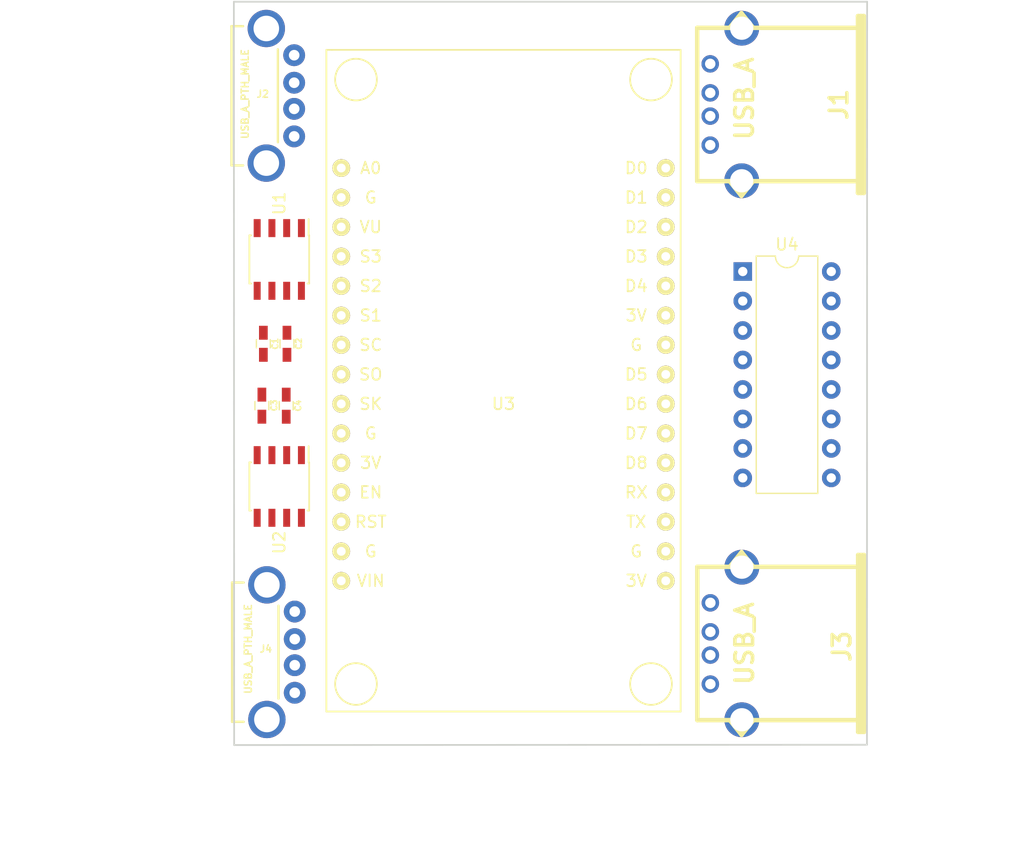
<source format=kicad_pcb>
(kicad_pcb (version 20171130) (host pcbnew "(5.0.1)-3")

  (general
    (thickness 1.6)
    (drawings 7)
    (tracks 0)
    (zones 0)
    (modules 12)
    (nets 17)
  )

  (page A4)
  (layers
    (0 F.Cu signal)
    (31 B.Cu signal)
    (32 B.Adhes user)
    (33 F.Adhes user)
    (34 B.Paste user)
    (35 F.Paste user)
    (36 B.SilkS user)
    (37 F.SilkS user)
    (38 B.Mask user)
    (39 F.Mask user)
    (40 Dwgs.User user)
    (41 Cmts.User user)
    (42 Eco1.User user)
    (43 Eco2.User user)
    (44 Edge.Cuts user)
    (45 Margin user)
    (46 B.CrtYd user)
    (47 F.CrtYd user)
    (48 B.Fab user)
    (49 F.Fab user)
  )

  (setup
    (last_trace_width 0.25)
    (trace_clearance 0.2)
    (zone_clearance 0.508)
    (zone_45_only no)
    (trace_min 0.2)
    (segment_width 0.2)
    (edge_width 0.15)
    (via_size 0.8)
    (via_drill 0.4)
    (via_min_size 0.4)
    (via_min_drill 0.3)
    (uvia_size 0.3)
    (uvia_drill 0.1)
    (uvias_allowed no)
    (uvia_min_size 0.2)
    (uvia_min_drill 0.1)
    (pcb_text_width 0.3)
    (pcb_text_size 1.5 1.5)
    (mod_edge_width 0.15)
    (mod_text_size 1 1)
    (mod_text_width 0.15)
    (pad_size 1.524 1.524)
    (pad_drill 0.762)
    (pad_to_mask_clearance 0.051)
    (solder_mask_min_width 0.25)
    (aux_axis_origin 42.5196 71.2724)
    (grid_origin 31.0896 63.3476)
    (visible_elements 7FFFFFFF)
    (pcbplotparams
      (layerselection 0x010fc_ffffffff)
      (usegerberextensions false)
      (usegerberattributes false)
      (usegerberadvancedattributes false)
      (creategerberjobfile false)
      (excludeedgelayer true)
      (linewidth 0.100000)
      (plotframeref false)
      (viasonmask false)
      (mode 1)
      (useauxorigin false)
      (hpglpennumber 1)
      (hpglpenspeed 20)
      (hpglpendiameter 15.000000)
      (psnegative false)
      (psa4output false)
      (plotreference true)
      (plotvalue true)
      (plotinvisibletext false)
      (padsonsilk false)
      (subtractmaskfromsilk false)
      (outputformat 1)
      (mirror false)
      (drillshape 1)
      (scaleselection 1)
      (outputdirectory ""))
  )

  (net 0 "")
  (net 1 +5V)
  (net 2 GND)
  (net 3 "Net-(C2-Pad2)")
  (net 4 "Net-(C4-Pad2)")
  (net 5 "Net-(J1-Pad5)")
  (net 6 "Net-(J1-Pad4)")
  (net 7 "Net-(J3-Pad4)")
  (net 8 "Net-(J3-Pad1)")
  (net 9 "Net-(J3-Pad5)")
  (net 10 "Net-(J2-PadVBUS)")
  (net 11 "Net-(J4-PadVBUS)")
  (net 12 "Net-(U1-Pad7)")
  (net 13 "Net-(U2-Pad7)")
  (net 14 "Net-(U3-Pad1)")
  (net 15 "Net-(U3-Pad29)")
  (net 16 "Net-(U3-Pad30)")

  (net_class Default "Esta es la clase de red por defecto."
    (clearance 0.2)
    (trace_width 0.25)
    (via_dia 0.8)
    (via_drill 0.4)
    (uvia_dia 0.3)
    (uvia_drill 0.1)
    (add_net +5V)
    (add_net GND)
    (add_net "Net-(C2-Pad2)")
    (add_net "Net-(C4-Pad2)")
    (add_net "Net-(J1-Pad4)")
    (add_net "Net-(J1-Pad5)")
    (add_net "Net-(J2-PadVBUS)")
    (add_net "Net-(J3-Pad1)")
    (add_net "Net-(J3-Pad4)")
    (add_net "Net-(J3-Pad5)")
    (add_net "Net-(J4-PadVBUS)")
    (add_net "Net-(U1-Pad7)")
    (add_net "Net-(U2-Pad7)")
    (add_net "Net-(U3-Pad1)")
    (add_net "Net-(U3-Pad29)")
    (add_net "Net-(U3-Pad30)")
  )

  (module Connectors:USB-A-H (layer F.Cu) (tedit 200000) (tstamp 5BFFFD4B)
    (at 66.3448 78.8924)
    (descr "USB TYPE 'A' MALE CONNECTOR - PTH")
    (tags "USB TYPE 'A' MALE CONNECTOR - PTH")
    (path /5BFCCF60)
    (attr virtual)
    (fp_text reference J4 (at -0.0889 -0.2794) (layer F.SilkS)
      (effects (font (size 0.6096 0.6096) (thickness 0.127)))
    )
    (fp_text value USB_A_PTH_MALE (at -1.6129 -0.2794 270) (layer F.SilkS)
      (effects (font (size 0.6096 0.6096) (thickness 0.127)))
    )
    (fp_text user "PCB Edge" (at -4.5339 -0.67818 90) (layer Dwgs.User)
      (effects (font (size 1.27 1.27) (thickness 0.1016)))
    )
    (fp_line (start -11.19886 1.89992) (end -13.49756 1.89992) (layer Dwgs.User) (width 0.2032))
    (fp_line (start -11.19886 4.29768) (end -11.19886 1.89992) (layer Dwgs.User) (width 0.2032))
    (fp_line (start -13.49756 4.29768) (end -11.19886 4.29768) (layer Dwgs.User) (width 0.2032))
    (fp_line (start -13.49756 1.89992) (end -13.49756 4.29768) (layer Dwgs.User) (width 0.2032))
    (fp_line (start -11.19886 -4.29768) (end -13.49756 -4.29768) (layer Dwgs.User) (width 0.2032))
    (fp_line (start -11.19886 -1.89992) (end -11.19886 -4.29768) (layer Dwgs.User) (width 0.2032))
    (fp_line (start -13.49756 -1.89992) (end -11.19886 -1.89992) (layer Dwgs.User) (width 0.2032))
    (fp_line (start -13.49756 -4.29768) (end -13.49756 -1.89992) (layer Dwgs.User) (width 0.2032))
    (fp_line (start 0.99822 3.99796) (end 0.99822 -3.99796) (layer F.SilkS) (width 0.2032))
    (fp_line (start -2.99974 5.99948) (end -1.99898 5.99948) (layer F.SilkS) (width 0.2032))
    (fp_line (start -2.99974 -5.99948) (end -1.99898 -5.99948) (layer F.SilkS) (width 0.2032))
    (fp_line (start -2.99974 5.99948) (end -17.79778 5.99948) (layer Dwgs.User) (width 0.2032))
    (fp_line (start -2.99974 -5.99948) (end -17.79778 -5.99948) (layer Dwgs.User) (width 0.2032))
    (fp_line (start -2.99974 -5.99948) (end -2.99974 5.99948) (layer F.SilkS) (width 0.2032))
    (fp_line (start -17.79778 -5.99948) (end -17.79778 5.99948) (layer Dwgs.User) (width 0.2032))
    (pad "" np_thru_hole circle (at -0.09906 2.2479) (size 1.09982 1.09982) (drill 1.09982) (layers *.Cu *.Mask)
      (solder_mask_margin 0.1016))
    (pad "" np_thru_hole circle (at -0.09906 -2.2479) (size 1.09982 1.09982) (drill 1.09982) (layers *.Cu *.Mask)
      (solder_mask_margin 0.1016))
    (pad VBUS thru_hole circle (at 2.39776 3.49758) (size 1.8796 1.8796) (drill 0.9144) (layers *.Cu *.Mask)
      (net 11 "Net-(J4-PadVBUS)") (solder_mask_margin 0.1016))
    (pad SHLD thru_hole circle (at 0 -5.79882) (size 3.21564 3.21564) (drill 2.19964) (layers *.Cu *.Mask)
      (net 9 "Net-(J3-Pad5)") (solder_mask_margin 0.1016))
    (pad SHLD thru_hole circle (at 0 5.79882) (size 3.21564 3.21564) (drill 2.19964) (layers *.Cu *.Mask)
      (net 9 "Net-(J3-Pad5)") (solder_mask_margin 0.1016))
    (pad GND thru_hole circle (at 2.39776 -3.49758) (size 1.8796 1.8796) (drill 0.9144) (layers *.Cu *.Mask)
      (net 7 "Net-(J3-Pad4)") (solder_mask_margin 0.1016))
    (pad D- thru_hole circle (at 2.39776 1.12522) (size 1.8796 1.8796) (drill 0.9144) (layers *.Cu *.Mask)
      (solder_mask_margin 0.1016))
    (pad D+ thru_hole circle (at 2.39776 -1.12522) (size 1.8796 1.8796) (drill 0.9144) (layers *.Cu *.Mask)
      (solder_mask_margin 0.1016))
    (model "C:/Users/Eduardo/Downloads/Librerias KiCad/usb_series/USB Series A Plug.stp"
      (offset (xyz -8.5 0 2))
      (scale (xyz 1 1 1))
      (rotate (xyz -90 0 90))
    )
  )

  (module Package_SO:SOIC-8_3.9x4.9mm_P1.27mm (layer F.Cu) (tedit 5BFE04E0) (tstamp 5BFFFD9D)
    (at 67.4116 64.6176 270)
    (descr "8-Lead Plastic Small Outline (SN) - Narrow, 3.90 mm Body [SOIC] (see Microchip Packaging Specification http://ww1.microchip.com/downloads/en/PackagingSpec/00000049BQ.pdf)")
    (tags "SOIC 1.27")
    (path /5BFC92D4)
    (attr smd)
    (fp_text reference U2 (at 4.826 0 270) (layer F.SilkS)
      (effects (font (size 1 1) (thickness 0.15)))
    )
    (fp_text value ACS712xLCTR-05B (at -0.0635 3.1115 270) (layer F.Fab)
      (effects (font (size 0.5 0.5) (thickness 0.125)))
    )
    (fp_line (start -2.075 -2.525) (end -3.475 -2.525) (layer F.SilkS) (width 0.15))
    (fp_line (start -2.075 2.575) (end 2.075 2.575) (layer F.SilkS) (width 0.15))
    (fp_line (start -2.075 -2.575) (end 2.075 -2.575) (layer F.SilkS) (width 0.15))
    (fp_line (start -2.075 2.575) (end -2.075 2.43) (layer F.SilkS) (width 0.15))
    (fp_line (start 2.075 2.575) (end 2.075 2.43) (layer F.SilkS) (width 0.15))
    (fp_line (start 2.075 -2.575) (end 2.075 -2.43) (layer F.SilkS) (width 0.15))
    (fp_line (start -2.075 -2.575) (end -2.075 -2.525) (layer F.SilkS) (width 0.15))
    (fp_line (start -3.73 2.7) (end 3.73 2.7) (layer F.CrtYd) (width 0.05))
    (fp_line (start -3.73 -2.7) (end 3.73 -2.7) (layer F.CrtYd) (width 0.05))
    (fp_line (start 3.73 -2.7) (end 3.73 2.7) (layer F.CrtYd) (width 0.05))
    (fp_line (start -3.73 -2.7) (end -3.73 2.7) (layer F.CrtYd) (width 0.05))
    (fp_line (start -1.95 -1.45) (end -0.95 -2.45) (layer F.Fab) (width 0.1))
    (fp_line (start -1.95 2.45) (end -1.95 -1.45) (layer F.Fab) (width 0.1))
    (fp_line (start 1.95 2.45) (end -1.95 2.45) (layer F.Fab) (width 0.1))
    (fp_line (start 1.95 -2.45) (end 1.95 2.45) (layer F.Fab) (width 0.1))
    (fp_line (start -0.95 -2.45) (end 1.95 -2.45) (layer F.Fab) (width 0.1))
    (fp_text user %R (at 0 0 270) (layer F.Fab)
      (effects (font (size 1 1) (thickness 0.15)))
    )
    (pad 8 smd rect (at 2.7 -1.905 270) (size 1.55 0.6) (layers F.Cu F.Paste F.Mask)
      (net 1 +5V))
    (pad 7 smd rect (at 2.7 -0.635 270) (size 1.55 0.6) (layers F.Cu F.Paste F.Mask)
      (net 13 "Net-(U2-Pad7)"))
    (pad 6 smd rect (at 2.7 0.635 270) (size 1.55 0.6) (layers F.Cu F.Paste F.Mask)
      (net 4 "Net-(C4-Pad2)"))
    (pad 5 smd rect (at 2.7 1.905 270) (size 1.55 0.6) (layers F.Cu F.Paste F.Mask)
      (net 2 GND))
    (pad 4 smd rect (at -2.7 1.905 270) (size 1.55 0.6) (layers F.Cu F.Paste F.Mask)
      (net 11 "Net-(J4-PadVBUS)"))
    (pad 3 smd rect (at -2.7 0.635 270) (size 1.55 0.6) (layers F.Cu F.Paste F.Mask)
      (net 11 "Net-(J4-PadVBUS)"))
    (pad 2 smd rect (at -2.7 -0.635 270) (size 1.55 0.6) (layers F.Cu F.Paste F.Mask)
      (net 8 "Net-(J3-Pad1)"))
    (pad 1 smd rect (at -2.7 -1.905 270) (size 1.55 0.6) (layers F.Cu F.Paste F.Mask)
      (net 8 "Net-(J3-Pad1)"))
    (model ${KISYS3DMOD}/Package_SO.3dshapes/SOIC-8_3.9x4.9mm_P1.27mm.wrl
      (at (xyz 0 0 0))
      (scale (xyz 1 1 1))
      (rotate (xyz 0 0 0))
    )
  )

  (module Capacitors_SMD:C_0603_HandSoldering (layer F.Cu) (tedit 5BFE0476) (tstamp 5C00183F)
    (at 65.913 57.6555 270)
    (descr "Capacitor SMD 0603, hand soldering")
    (tags "capacitor 0603")
    (path /5BFCB018)
    (attr smd)
    (fp_text reference C3 (at -0.017294 -1.049292 270) (layer F.SilkS)
      (effects (font (size 0.5 0.5) (thickness 0.125)))
    )
    (fp_text value 100nF (at 0.046206 0.982708 270) (layer F.Fab)
      (effects (font (size 0.5 0.5) (thickness 0.125)))
    )
    (fp_text user %R (at -0.017294 -1.049292 270) (layer F.Fab)
      (effects (font (size 0.5 0.5) (thickness 0.125)))
    )
    (fp_line (start -0.8 0.4) (end -0.8 -0.4) (layer F.Fab) (width 0.1))
    (fp_line (start 0.8 0.4) (end -0.8 0.4) (layer F.Fab) (width 0.1))
    (fp_line (start 0.8 -0.4) (end 0.8 0.4) (layer F.Fab) (width 0.1))
    (fp_line (start -0.8 -0.4) (end 0.8 -0.4) (layer F.Fab) (width 0.1))
    (fp_line (start -0.35 -0.6) (end 0.35 -0.6) (layer F.SilkS) (width 0.12))
    (fp_line (start 0.35 0.6) (end -0.35 0.6) (layer F.SilkS) (width 0.12))
    (fp_line (start -1.8 -0.65) (end 1.8 -0.65) (layer F.CrtYd) (width 0.05))
    (fp_line (start -1.8 -0.65) (end -1.8 0.65) (layer F.CrtYd) (width 0.05))
    (fp_line (start 1.8 0.65) (end 1.8 -0.65) (layer F.CrtYd) (width 0.05))
    (fp_line (start 1.8 0.65) (end -1.8 0.65) (layer F.CrtYd) (width 0.05))
    (pad 1 smd rect (at -0.95 0 270) (size 1.2 0.75) (layers F.Cu F.Paste F.Mask)
      (net 2 GND))
    (pad 2 smd rect (at 0.95 0 270) (size 1.2 0.75) (layers F.Cu F.Paste F.Mask)
      (net 1 +5V))
    (model Capacitors_SMD.3dshapes/C_0603.wrl
      (at (xyz 0 0 0))
      (scale (xyz 1 1 1))
      (rotate (xyz 0 0 0))
    )
  )

  (module Capacitors_SMD:C_0603_HandSoldering (layer F.Cu) (tedit 5BFE0486) (tstamp 5C00180F)
    (at 68.0085 57.658 270)
    (descr "Capacitor SMD 0603, hand soldering")
    (tags "capacitor 0603")
    (path /5BFCBEC9)
    (attr smd)
    (fp_text reference C4 (at 0 -1.016 270) (layer F.SilkS)
      (effects (font (size 0.5 0.5) (thickness 0.125)))
    )
    (fp_text value 1nF (at -0.0635 -1.651 270) (layer F.Fab)
      (effects (font (size 0.5 0.5) (thickness 0.125)))
    )
    (fp_text user %R (at 0 -1.016 270) (layer F.Fab)
      (effects (font (size 0.5 0.5) (thickness 0.125)))
    )
    (fp_line (start -0.8 0.4) (end -0.8 -0.4) (layer F.Fab) (width 0.1))
    (fp_line (start 0.8 0.4) (end -0.8 0.4) (layer F.Fab) (width 0.1))
    (fp_line (start 0.8 -0.4) (end 0.8 0.4) (layer F.Fab) (width 0.1))
    (fp_line (start -0.8 -0.4) (end 0.8 -0.4) (layer F.Fab) (width 0.1))
    (fp_line (start -0.35 -0.6) (end 0.35 -0.6) (layer F.SilkS) (width 0.12))
    (fp_line (start 0.35 0.6) (end -0.35 0.6) (layer F.SilkS) (width 0.12))
    (fp_line (start -1.8 -0.65) (end 1.8 -0.65) (layer F.CrtYd) (width 0.05))
    (fp_line (start -1.8 -0.65) (end -1.8 0.65) (layer F.CrtYd) (width 0.05))
    (fp_line (start 1.8 0.65) (end 1.8 -0.65) (layer F.CrtYd) (width 0.05))
    (fp_line (start 1.8 0.65) (end -1.8 0.65) (layer F.CrtYd) (width 0.05))
    (pad 1 smd rect (at -0.95 0 270) (size 1.2 0.75) (layers F.Cu F.Paste F.Mask)
      (net 2 GND))
    (pad 2 smd rect (at 0.95 0 270) (size 1.2 0.75) (layers F.Cu F.Paste F.Mask)
      (net 4 "Net-(C4-Pad2)"))
    (model Capacitors_SMD.3dshapes/C_0603.wrl
      (at (xyz 0 0 0))
      (scale (xyz 1 1 1))
      (rotate (xyz 0 0 0))
    )
  )

  (module Capacitors_SMD:C_0603_HandSoldering (layer F.Cu) (tedit 5BFE036F) (tstamp 5C001EC7)
    (at 66.04 52.324 270)
    (descr "Capacitor SMD 0603, hand soldering")
    (tags "capacitor 0603")
    (path /5BFCAFC0)
    (attr smd)
    (fp_text reference C1 (at 0 -1.016 270) (layer F.SilkS)
      (effects (font (size 0.5 0.5) (thickness 0.125)))
    )
    (fp_text value 100nF (at 0 1.016 270) (layer F.Fab)
      (effects (font (size 0.5 0.5) (thickness 0.125)))
    )
    (fp_line (start 1.8 0.65) (end -1.8 0.65) (layer F.CrtYd) (width 0.05))
    (fp_line (start 1.8 0.65) (end 1.8 -0.65) (layer F.CrtYd) (width 0.05))
    (fp_line (start -1.8 -0.65) (end -1.8 0.65) (layer F.CrtYd) (width 0.05))
    (fp_line (start -1.8 -0.65) (end 1.8 -0.65) (layer F.CrtYd) (width 0.05))
    (fp_line (start 0.35 0.6) (end -0.35 0.6) (layer F.SilkS) (width 0.12))
    (fp_line (start -0.35 -0.6) (end 0.35 -0.6) (layer F.SilkS) (width 0.12))
    (fp_line (start -0.8 -0.4) (end 0.8 -0.4) (layer F.Fab) (width 0.1))
    (fp_line (start 0.8 -0.4) (end 0.8 0.4) (layer F.Fab) (width 0.1))
    (fp_line (start 0.8 0.4) (end -0.8 0.4) (layer F.Fab) (width 0.1))
    (fp_line (start -0.8 0.4) (end -0.8 -0.4) (layer F.Fab) (width 0.1))
    (fp_text user %R (at 0 -1.016 270) (layer F.Fab)
      (effects (font (size 0.5 0.5) (thickness 0.125)))
    )
    (pad 2 smd rect (at 0.95 0 270) (size 1.2 0.75) (layers F.Cu F.Paste F.Mask)
      (net 1 +5V))
    (pad 1 smd rect (at -0.95 0 270) (size 1.2 0.75) (layers F.Cu F.Paste F.Mask)
      (net 2 GND))
    (model Capacitors_SMD.3dshapes/C_0603.wrl
      (at (xyz 0 0 0))
      (scale (xyz 1 1 1))
      (rotate (xyz 0 0 0))
    )
  )

  (module Capacitors_SMD:C_0603_HandSoldering (layer F.Cu) (tedit 5BFE0379) (tstamp 5BFFFE9A)
    (at 68.072 52.324 270)
    (descr "Capacitor SMD 0603, hand soldering")
    (tags "capacitor 0603")
    (path /5BFCBE89)
    (attr smd)
    (fp_text reference C2 (at 0 -1.016 270) (layer F.SilkS)
      (effects (font (size 0.5 0.5) (thickness 0.125)))
    )
    (fp_text value 1nF (at 0 -1.524 270) (layer F.Fab)
      (effects (font (size 0.5 0.5) (thickness 0.125)))
    )
    (fp_line (start 1.8 0.65) (end -1.8 0.65) (layer F.CrtYd) (width 0.05))
    (fp_line (start 1.8 0.65) (end 1.8 -0.65) (layer F.CrtYd) (width 0.05))
    (fp_line (start -1.8 -0.65) (end -1.8 0.65) (layer F.CrtYd) (width 0.05))
    (fp_line (start -1.8 -0.65) (end 1.8 -0.65) (layer F.CrtYd) (width 0.05))
    (fp_line (start 0.35 0.6) (end -0.35 0.6) (layer F.SilkS) (width 0.12))
    (fp_line (start -0.35 -0.6) (end 0.35 -0.6) (layer F.SilkS) (width 0.12))
    (fp_line (start -0.8 -0.4) (end 0.8 -0.4) (layer F.Fab) (width 0.1))
    (fp_line (start 0.8 -0.4) (end 0.8 0.4) (layer F.Fab) (width 0.1))
    (fp_line (start 0.8 0.4) (end -0.8 0.4) (layer F.Fab) (width 0.1))
    (fp_line (start -0.8 0.4) (end -0.8 -0.4) (layer F.Fab) (width 0.1))
    (fp_text user %R (at 0 -1.016 270) (layer F.Fab)
      (effects (font (size 0.5 0.5) (thickness 0.125)))
    )
    (pad 2 smd rect (at 0.95 0 270) (size 1.2 0.75) (layers F.Cu F.Paste F.Mask)
      (net 3 "Net-(C2-Pad2)"))
    (pad 1 smd rect (at -0.95 0 270) (size 1.2 0.75) (layers F.Cu F.Paste F.Mask)
      (net 2 GND))
    (model Capacitors_SMD.3dshapes/C_0603.wrl
      (at (xyz 0 0 0))
      (scale (xyz 1 1 1))
      (rotate (xyz 0 0 0))
    )
  )

  (module Package_SO:SOIC-8_3.9x4.9mm_P1.27mm (layer F.Cu) (tedit 5BFE04EB) (tstamp 5BFFFE52)
    (at 67.4116 45.0596 270)
    (descr "8-Lead Plastic Small Outline (SN) - Narrow, 3.90 mm Body [SOIC] (see Microchip Packaging Specification http://ww1.microchip.com/downloads/en/PackagingSpec/00000049BQ.pdf)")
    (tags "SOIC 1.27")
    (path /5BFC80D8)
    (attr smd)
    (fp_text reference U1 (at -4.826 0 270) (layer F.SilkS)
      (effects (font (size 1 1) (thickness 0.15)))
    )
    (fp_text value ACS712xLCTR-05B (at -0.07363 3.186898 270) (layer F.Fab)
      (effects (font (size 0.5 0.5) (thickness 0.125)))
    )
    (fp_text user %R (at 0 0 270) (layer F.Fab)
      (effects (font (size 1 1) (thickness 0.15)))
    )
    (fp_line (start -0.95 -2.45) (end 1.95 -2.45) (layer F.Fab) (width 0.1))
    (fp_line (start 1.95 -2.45) (end 1.95 2.45) (layer F.Fab) (width 0.1))
    (fp_line (start 1.95 2.45) (end -1.95 2.45) (layer F.Fab) (width 0.1))
    (fp_line (start -1.95 2.45) (end -1.95 -1.45) (layer F.Fab) (width 0.1))
    (fp_line (start -1.95 -1.45) (end -0.95 -2.45) (layer F.Fab) (width 0.1))
    (fp_line (start -3.73 -2.7) (end -3.73 2.7) (layer F.CrtYd) (width 0.05))
    (fp_line (start 3.73 -2.7) (end 3.73 2.7) (layer F.CrtYd) (width 0.05))
    (fp_line (start -3.73 -2.7) (end 3.73 -2.7) (layer F.CrtYd) (width 0.05))
    (fp_line (start -3.73 2.7) (end 3.73 2.7) (layer F.CrtYd) (width 0.05))
    (fp_line (start -2.075 -2.575) (end -2.075 -2.525) (layer F.SilkS) (width 0.15))
    (fp_line (start 2.075 -2.575) (end 2.075 -2.43) (layer F.SilkS) (width 0.15))
    (fp_line (start 2.075 2.575) (end 2.075 2.43) (layer F.SilkS) (width 0.15))
    (fp_line (start -2.075 2.575) (end -2.075 2.43) (layer F.SilkS) (width 0.15))
    (fp_line (start -2.075 -2.575) (end 2.075 -2.575) (layer F.SilkS) (width 0.15))
    (fp_line (start -2.075 2.575) (end 2.075 2.575) (layer F.SilkS) (width 0.15))
    (fp_line (start -2.075 -2.525) (end -3.475 -2.525) (layer F.SilkS) (width 0.15))
    (pad 1 smd rect (at -2.7 -1.905 270) (size 1.55 0.6) (layers F.Cu F.Paste F.Mask)
      (net 1 +5V))
    (pad 2 smd rect (at -2.7 -0.635 270) (size 1.55 0.6) (layers F.Cu F.Paste F.Mask)
      (net 1 +5V))
    (pad 3 smd rect (at -2.7 0.635 270) (size 1.55 0.6) (layers F.Cu F.Paste F.Mask)
      (net 10 "Net-(J2-PadVBUS)"))
    (pad 4 smd rect (at -2.7 1.905 270) (size 1.55 0.6) (layers F.Cu F.Paste F.Mask)
      (net 10 "Net-(J2-PadVBUS)"))
    (pad 5 smd rect (at 2.7 1.905 270) (size 1.55 0.6) (layers F.Cu F.Paste F.Mask)
      (net 2 GND))
    (pad 6 smd rect (at 2.7 0.635 270) (size 1.55 0.6) (layers F.Cu F.Paste F.Mask)
      (net 3 "Net-(C2-Pad2)"))
    (pad 7 smd rect (at 2.7 -0.635 270) (size 1.55 0.6) (layers F.Cu F.Paste F.Mask)
      (net 12 "Net-(U1-Pad7)"))
    (pad 8 smd rect (at 2.7 -1.905 270) (size 1.55 0.6) (layers F.Cu F.Paste F.Mask)
      (net 1 +5V))
    (model ${KISYS3DMOD}/Package_SO.3dshapes/SOIC-8_3.9x4.9mm_P1.27mm.wrl
      (at (xyz 0 0 0))
      (scale (xyz 1 1 1))
      (rotate (xyz 0 0 0))
    )
  )

  (module w_conn_pc:conn_usb_A (layer F.Cu) (tedit 5BFC97DF) (tstamp 5BFE921F)
    (at 110.5027 31.7119 90)
    (descr "USB A-type receptacle, Tyco P/N 292303-3")
    (path /5BFC74AE)
    (fp_text reference J1 (at 0 5.08 90) (layer F.SilkS)
      (effects (font (size 1.524 1.524) (thickness 0.3048)))
    )
    (fp_text value USB_A (at 0.508 -3.048 90) (layer F.SilkS)
      (effects (font (size 1.524 1.524) (thickness 0.3048)))
    )
    (fp_line (start 6.604 7.112) (end 6.604 -7.112) (layer F.SilkS) (width 0.381))
    (fp_line (start -6.604 -7.112) (end -6.604 7.112) (layer F.SilkS) (width 0.381))
    (fp_line (start 6.604 -7.112) (end -6.604 -7.112) (layer F.SilkS) (width 0.381))
    (fp_line (start -7.874 -3.302) (end -6.604 -2.286) (layer F.SilkS) (width 0.381))
    (fp_line (start -6.604 -4.318) (end -7.874 -3.302) (layer F.SilkS) (width 0.381))
    (fp_line (start 7.874 -3.302) (end 6.604 -2.286) (layer F.SilkS) (width 0.381))
    (fp_line (start 6.604 -4.318) (end 7.874 -3.302) (layer F.SilkS) (width 0.381))
    (fp_line (start -7.62 6.731) (end 7.62 6.731) (layer F.SilkS) (width 0.381))
    (fp_line (start 7.62 7.239) (end -7.62 7.239) (layer F.SilkS) (width 0.381))
    (fp_line (start 7.62 6.731) (end 7.62 7.239) (layer F.SilkS) (width 0.381))
    (fp_line (start -7.62 6.731) (end -7.62 7.239) (layer F.SilkS) (width 0.381))
    (fp_line (start -7.62 6.985) (end 7.62 6.985) (layer F.SilkS) (width 0.381))
    (pad 4 thru_hole circle (at 3.50012 -5.98932 90) (size 1.50114 1.50114) (drill 0.89916) (layers *.Cu *.Mask)
      (net 6 "Net-(J1-Pad4)"))
    (pad 3 thru_hole circle (at 1.00076 -5.98932 90) (size 1.50114 1.50114) (drill 0.89916) (layers *.Cu *.Mask))
    (pad 2 thru_hole circle (at -1.00076 -5.98932 90) (size 1.50114 1.50114) (drill 0.89916) (layers *.Cu *.Mask))
    (pad 1 thru_hole circle (at -3.50012 -5.98932 90) (size 1.50114 1.50114) (drill 0.89916) (layers *.Cu *.Mask)
      (net 1 +5V))
    (pad 5 thru_hole circle (at 6.57098 -3.27914 90) (size 2.99974 2.99974) (drill 1.99898) (layers *.Cu *.Mask)
      (net 5 "Net-(J1-Pad5)"))
    (pad 5 thru_hole circle (at -6.57098 -3.27914 90) (size 2.99974 2.99974) (drill 1.99898) (layers *.Cu *.Mask)
      (net 5 "Net-(J1-Pad5)"))
    (model walter/conn_pc/usb_A.wrl
      (at (xyz 0 0 0))
      (scale (xyz 1 1 1))
      (rotate (xyz 0 0 0))
    )
  )

  (module Connectors:USB-A-H (layer F.Cu) (tedit 200000) (tstamp 5BFE8629)
    (at 66.294 30.9626)
    (descr "USB TYPE 'A' MALE CONNECTOR - PTH")
    (tags "USB TYPE 'A' MALE CONNECTOR - PTH")
    (path /5BFCCE93)
    (attr virtual)
    (fp_text reference J2 (at -0.3048 -0.1524) (layer F.SilkS)
      (effects (font (size 0.6096 0.6096) (thickness 0.127)))
    )
    (fp_text value USB_A_PTH_MALE (at -1.8288 -0.1524 90) (layer F.SilkS)
      (effects (font (size 0.6096 0.6096) (thickness 0.127)))
    )
    (fp_line (start -17.79778 -5.99948) (end -17.79778 5.99948) (layer Dwgs.User) (width 0.2032))
    (fp_line (start -2.99974 -5.99948) (end -2.99974 5.99948) (layer F.SilkS) (width 0.2032))
    (fp_line (start -2.99974 -5.99948) (end -17.79778 -5.99948) (layer Dwgs.User) (width 0.2032))
    (fp_line (start -2.99974 5.99948) (end -17.79778 5.99948) (layer Dwgs.User) (width 0.2032))
    (fp_line (start -2.99974 -5.99948) (end -1.99898 -5.99948) (layer F.SilkS) (width 0.2032))
    (fp_line (start -2.99974 5.99948) (end -1.99898 5.99948) (layer F.SilkS) (width 0.2032))
    (fp_line (start 0.99822 3.99796) (end 0.99822 -3.99796) (layer F.SilkS) (width 0.2032))
    (fp_line (start -13.49756 -4.29768) (end -13.49756 -1.89992) (layer Dwgs.User) (width 0.2032))
    (fp_line (start -13.49756 -1.89992) (end -11.19886 -1.89992) (layer Dwgs.User) (width 0.2032))
    (fp_line (start -11.19886 -1.89992) (end -11.19886 -4.29768) (layer Dwgs.User) (width 0.2032))
    (fp_line (start -11.19886 -4.29768) (end -13.49756 -4.29768) (layer Dwgs.User) (width 0.2032))
    (fp_line (start -13.49756 1.89992) (end -13.49756 4.29768) (layer Dwgs.User) (width 0.2032))
    (fp_line (start -13.49756 4.29768) (end -11.19886 4.29768) (layer Dwgs.User) (width 0.2032))
    (fp_line (start -11.19886 4.29768) (end -11.19886 1.89992) (layer Dwgs.User) (width 0.2032))
    (fp_line (start -11.19886 1.89992) (end -13.49756 1.89992) (layer Dwgs.User) (width 0.2032))
    (fp_text user "PCB Edge" (at -4.5339 -0.67818 90) (layer Dwgs.User)
      (effects (font (size 1.27 1.27) (thickness 0.1016)))
    )
    (pad D+ thru_hole circle (at 2.39776 -1.12522) (size 1.8796 1.8796) (drill 0.9144) (layers *.Cu *.Mask)
      (solder_mask_margin 0.1016))
    (pad D- thru_hole circle (at 2.39776 1.12522) (size 1.8796 1.8796) (drill 0.9144) (layers *.Cu *.Mask)
      (solder_mask_margin 0.1016))
    (pad GND thru_hole circle (at 2.39776 -3.49758) (size 1.8796 1.8796) (drill 0.9144) (layers *.Cu *.Mask)
      (net 6 "Net-(J1-Pad4)") (solder_mask_margin 0.1016))
    (pad SHLD thru_hole circle (at 0 5.79882) (size 3.21564 3.21564) (drill 2.19964) (layers *.Cu *.Mask)
      (net 5 "Net-(J1-Pad5)") (solder_mask_margin 0.1016))
    (pad SHLD thru_hole circle (at 0 -5.79882) (size 3.21564 3.21564) (drill 2.19964) (layers *.Cu *.Mask)
      (net 5 "Net-(J1-Pad5)") (solder_mask_margin 0.1016))
    (pad VBUS thru_hole circle (at 2.39776 3.49758) (size 1.8796 1.8796) (drill 0.9144) (layers *.Cu *.Mask)
      (net 10 "Net-(J2-PadVBUS)") (solder_mask_margin 0.1016))
    (pad "" np_thru_hole circle (at -0.09906 -2.2479) (size 1.09982 1.09982) (drill 1.09982) (layers *.Cu *.Mask)
      (solder_mask_margin 0.1016))
    (pad "" np_thru_hole circle (at -0.09906 2.2479) (size 1.09982 1.09982) (drill 1.09982) (layers *.Cu *.Mask)
      (solder_mask_margin 0.1016))
    (model "C:/Users/Eduardo/Downloads/Librerias KiCad/usb_series/USB Series A Plug.stp"
      (offset (xyz -8 0 2))
      (scale (xyz 1 1 1))
      (rotate (xyz -90 0 90))
    )
  )

  (module w_conn_pc:conn_usb_A (layer F.Cu) (tedit 5BFC97DF) (tstamp 5BFE8FEE)
    (at 110.5154 78.1431 90)
    (descr "USB A-type receptacle, Tyco P/N 292303-3")
    (path /5BFC7ED0)
    (fp_text reference J3 (at -0.254 5.334 90) (layer F.SilkS)
      (effects (font (size 1.524 1.524) (thickness 0.3048)))
    )
    (fp_text value USB_A (at 0 -3.048 90) (layer F.SilkS)
      (effects (font (size 1.524 1.524) (thickness 0.3048)))
    )
    (fp_line (start -7.62 6.985) (end 7.62 6.985) (layer F.SilkS) (width 0.381))
    (fp_line (start -7.62 6.731) (end -7.62 7.239) (layer F.SilkS) (width 0.381))
    (fp_line (start 7.62 6.731) (end 7.62 7.239) (layer F.SilkS) (width 0.381))
    (fp_line (start 7.62 7.239) (end -7.62 7.239) (layer F.SilkS) (width 0.381))
    (fp_line (start -7.62 6.731) (end 7.62 6.731) (layer F.SilkS) (width 0.381))
    (fp_line (start 6.604 -4.318) (end 7.874 -3.302) (layer F.SilkS) (width 0.381))
    (fp_line (start 7.874 -3.302) (end 6.604 -2.286) (layer F.SilkS) (width 0.381))
    (fp_line (start -6.604 -4.318) (end -7.874 -3.302) (layer F.SilkS) (width 0.381))
    (fp_line (start -7.874 -3.302) (end -6.604 -2.286) (layer F.SilkS) (width 0.381))
    (fp_line (start 6.604 -7.112) (end -6.604 -7.112) (layer F.SilkS) (width 0.381))
    (fp_line (start -6.604 -7.112) (end -6.604 7.112) (layer F.SilkS) (width 0.381))
    (fp_line (start 6.604 7.112) (end 6.604 -7.112) (layer F.SilkS) (width 0.381))
    (pad 5 thru_hole circle (at -6.57098 -3.27914 90) (size 2.99974 2.99974) (drill 1.99898) (layers *.Cu *.Mask)
      (net 9 "Net-(J3-Pad5)"))
    (pad 5 thru_hole circle (at 6.57098 -3.27914 90) (size 2.99974 2.99974) (drill 1.99898) (layers *.Cu *.Mask)
      (net 9 "Net-(J3-Pad5)"))
    (pad 1 thru_hole circle (at -3.50012 -5.98932 90) (size 1.50114 1.50114) (drill 0.89916) (layers *.Cu *.Mask)
      (net 8 "Net-(J3-Pad1)"))
    (pad 2 thru_hole circle (at -1.00076 -5.98932 90) (size 1.50114 1.50114) (drill 0.89916) (layers *.Cu *.Mask))
    (pad 3 thru_hole circle (at 1.00076 -5.98932 90) (size 1.50114 1.50114) (drill 0.89916) (layers *.Cu *.Mask))
    (pad 4 thru_hole circle (at 3.50012 -5.98932 90) (size 1.50114 1.50114) (drill 0.89916) (layers *.Cu *.Mask)
      (net 7 "Net-(J3-Pad4)"))
    (model walter/conn_pc/usb_A.wrl
      (at (xyz 0 0 0))
      (scale (xyz 1 1 1))
      (rotate (xyz 0 0 0))
    )
  )

  (module ESP8266:NodeMCU-LoLinV3 (layer F.Cu) (tedit 5AF0808C) (tstamp 5BFE891B)
    (at 86.7156 57.5056)
    (path /5BFCE321)
    (fp_text reference U3 (at 0 0) (layer F.SilkS)
      (effects (font (size 1 1) (thickness 0.15)))
    )
    (fp_text value "NodeMCU_1.0_(ESP-12E)" (at 0 -29.21) (layer F.Fab)
      (effects (font (size 1 1) (thickness 0.15)))
    )
    (fp_text user VIN (at -11.43 15.24) (layer F.SilkS)
      (effects (font (size 1 1) (thickness 0.15)))
    )
    (fp_text user G (at -11.43 12.7) (layer F.SilkS)
      (effects (font (size 1 1) (thickness 0.15)))
    )
    (fp_text user RST (at -11.43 10.16) (layer F.SilkS)
      (effects (font (size 1 1) (thickness 0.15)))
    )
    (fp_text user EN (at -11.43 7.62) (layer F.SilkS)
      (effects (font (size 1 1) (thickness 0.15)))
    )
    (fp_text user 3V (at -11.43 5.08) (layer F.SilkS)
      (effects (font (size 1 1) (thickness 0.15)))
    )
    (fp_text user G (at -11.43 2.54) (layer F.SilkS)
      (effects (font (size 1 1) (thickness 0.15)))
    )
    (fp_text user SK (at -11.43 0) (layer F.SilkS)
      (effects (font (size 1 1) (thickness 0.15)))
    )
    (fp_text user SO (at -11.43 -2.54) (layer F.SilkS)
      (effects (font (size 1 1) (thickness 0.15)))
    )
    (fp_text user SC (at -11.43 -5.08) (layer F.SilkS)
      (effects (font (size 1 1) (thickness 0.15)))
    )
    (fp_text user S1 (at -11.43 -7.62) (layer F.SilkS)
      (effects (font (size 1 1) (thickness 0.15)))
    )
    (fp_text user S2 (at -11.43 -10.16) (layer F.SilkS)
      (effects (font (size 1 1) (thickness 0.15)))
    )
    (fp_text user S3 (at -11.43 -12.7) (layer F.SilkS)
      (effects (font (size 1 1) (thickness 0.15)))
    )
    (fp_text user VU (at -11.43 -15.24) (layer F.SilkS)
      (effects (font (size 1 1) (thickness 0.15)))
    )
    (fp_text user G (at -11.43 -17.78) (layer F.SilkS)
      (effects (font (size 1 1) (thickness 0.15)))
    )
    (fp_text user A0 (at -11.43 -20.32) (layer F.SilkS)
      (effects (font (size 1 1) (thickness 0.15)))
    )
    (fp_text user 3V (at 11.43 15.24) (layer F.SilkS)
      (effects (font (size 1 1) (thickness 0.15)))
    )
    (fp_text user G (at 11.43 12.7) (layer F.SilkS)
      (effects (font (size 1 1) (thickness 0.15)))
    )
    (fp_text user TX (at 11.43 10.16) (layer F.SilkS)
      (effects (font (size 1 1) (thickness 0.15)))
    )
    (fp_text user RX (at 11.43 7.62) (layer F.SilkS)
      (effects (font (size 1 1) (thickness 0.15)))
    )
    (fp_text user D8 (at 11.43 5.08) (layer F.SilkS)
      (effects (font (size 1 1) (thickness 0.15)))
    )
    (fp_text user D7 (at 11.43 2.54) (layer F.SilkS)
      (effects (font (size 1 1) (thickness 0.15)))
    )
    (fp_text user D6 (at 11.43 0) (layer F.SilkS)
      (effects (font (size 1 1) (thickness 0.15)))
    )
    (fp_text user D5 (at 11.43 -2.54) (layer F.SilkS)
      (effects (font (size 1 1) (thickness 0.15)))
    )
    (fp_text user G (at 11.43 -5.08) (layer F.SilkS)
      (effects (font (size 1 1) (thickness 0.15)))
    )
    (fp_text user 3V (at 11.43 -7.62) (layer F.SilkS)
      (effects (font (size 1 1) (thickness 0.15)))
    )
    (fp_text user D4 (at 11.43 -10.16) (layer F.SilkS)
      (effects (font (size 1 1) (thickness 0.15)))
    )
    (fp_text user D3 (at 11.43 -12.7) (layer F.SilkS)
      (effects (font (size 1 1) (thickness 0.15)))
    )
    (fp_text user D2 (at 11.43 -15.24) (layer F.SilkS)
      (effects (font (size 1 1) (thickness 0.15)))
    )
    (fp_text user D1 (at 11.43 -17.78) (layer F.SilkS)
      (effects (font (size 1 1) (thickness 0.15)))
    )
    (fp_text user D0 (at 11.43 -20.32) (layer F.SilkS)
      (effects (font (size 1 1) (thickness 0.15)))
    )
    (fp_circle (center 12.7 24.13) (end 13.97 22.86) (layer F.SilkS) (width 0.15))
    (fp_circle (center -12.7 24.13) (end -11.43 22.86) (layer F.SilkS) (width 0.15))
    (fp_circle (center -12.7 -27.94) (end -11.43 -29.21) (layer F.SilkS) (width 0.15))
    (fp_circle (center 12.7 -27.94) (end 13.97 -29.21) (layer F.SilkS) (width 0.15))
    (fp_line (start 15.25 -30.5) (end -14.75 -30.5) (layer F.SilkS) (width 0.15))
    (fp_line (start -14.75 -30.5) (end -15.25 -30.5) (layer F.SilkS) (width 0.15))
    (fp_line (start -15.25 -30.5) (end -15.25 26.5) (layer F.SilkS) (width 0.15))
    (fp_line (start -15.25 26.5) (end 15.25 26.5) (layer F.SilkS) (width 0.15))
    (fp_line (start 15.25 26.5) (end 15.25 -30.5) (layer F.SilkS) (width 0.15))
    (pad 1 thru_hole circle (at -13.97 -20.32) (size 1.524 1.524) (drill 0.762) (layers *.Cu *.Mask F.SilkS)
      (net 14 "Net-(U3-Pad1)"))
    (pad 2 thru_hole circle (at -13.97 -17.78) (size 1.524 1.524) (drill 0.762) (layers *.Cu *.Mask F.SilkS))
    (pad 3 thru_hole circle (at -13.97 -15.24) (size 1.524 1.524) (drill 0.762) (layers *.Cu *.Mask F.SilkS))
    (pad 4 thru_hole circle (at -13.97 -12.7) (size 1.524 1.524) (drill 0.762) (layers *.Cu *.Mask F.SilkS))
    (pad 5 thru_hole circle (at -13.97 -10.16) (size 1.524 1.524) (drill 0.762) (layers *.Cu *.Mask F.SilkS))
    (pad 6 thru_hole circle (at -13.97 -7.62) (size 1.524 1.524) (drill 0.762) (layers *.Cu *.Mask F.SilkS))
    (pad 7 thru_hole circle (at -13.97 -5.08) (size 1.524 1.524) (drill 0.762) (layers *.Cu *.Mask F.SilkS))
    (pad 8 thru_hole circle (at -13.97 -2.54) (size 1.524 1.524) (drill 0.762) (layers *.Cu *.Mask F.SilkS))
    (pad 9 thru_hole circle (at -13.97 0) (size 1.524 1.524) (drill 0.762) (layers *.Cu *.Mask F.SilkS))
    (pad 10 thru_hole circle (at -13.97 2.54) (size 1.524 1.524) (drill 0.762) (layers *.Cu *.Mask F.SilkS)
      (net 2 GND))
    (pad 11 thru_hole circle (at -13.97 5.08) (size 1.524 1.524) (drill 0.762) (layers *.Cu *.Mask F.SilkS))
    (pad 12 thru_hole circle (at -13.97 7.62) (size 1.524 1.524) (drill 0.762) (layers *.Cu *.Mask F.SilkS))
    (pad 13 thru_hole circle (at -13.97 10.16) (size 1.524 1.524) (drill 0.762) (layers *.Cu *.Mask F.SilkS))
    (pad 14 thru_hole circle (at -13.97 12.7) (size 1.524 1.524) (drill 0.762) (layers *.Cu *.Mask F.SilkS)
      (net 2 GND))
    (pad 15 thru_hole circle (at -13.97 15.24) (size 1.524 1.524) (drill 0.762) (layers *.Cu *.Mask F.SilkS)
      (net 1 +5V))
    (pad 16 thru_hole circle (at 13.97 15.24) (size 1.524 1.524) (drill 0.762) (layers *.Cu *.Mask F.SilkS))
    (pad 17 thru_hole circle (at 13.97 12.7) (size 1.524 1.524) (drill 0.762) (layers *.Cu *.Mask F.SilkS)
      (net 2 GND))
    (pad 18 thru_hole circle (at 13.97 10.16) (size 1.524 1.524) (drill 0.762) (layers *.Cu *.Mask F.SilkS))
    (pad 19 thru_hole circle (at 13.97 7.62) (size 1.524 1.524) (drill 0.762) (layers *.Cu *.Mask F.SilkS))
    (pad 20 thru_hole circle (at 13.97 5.08) (size 1.524 1.524) (drill 0.762) (layers *.Cu *.Mask F.SilkS))
    (pad 21 thru_hole circle (at 13.97 2.54) (size 1.524 1.524) (drill 0.762) (layers *.Cu *.Mask F.SilkS))
    (pad 22 thru_hole circle (at 13.97 0) (size 1.524 1.524) (drill 0.762) (layers *.Cu *.Mask F.SilkS))
    (pad 23 thru_hole circle (at 13.97 -2.54) (size 1.524 1.524) (drill 0.762) (layers *.Cu *.Mask F.SilkS))
    (pad 24 thru_hole circle (at 13.97 -5.08) (size 1.524 1.524) (drill 0.762) (layers *.Cu *.Mask F.SilkS)
      (net 2 GND))
    (pad 25 thru_hole circle (at 13.97 -7.62) (size 1.524 1.524) (drill 0.762) (layers *.Cu *.Mask F.SilkS))
    (pad 26 thru_hole circle (at 13.97 -10.16) (size 1.524 1.524) (drill 0.762) (layers *.Cu *.Mask F.SilkS))
    (pad 27 thru_hole circle (at 13.97 -12.7) (size 1.524 1.524) (drill 0.762) (layers *.Cu *.Mask F.SilkS))
    (pad 28 thru_hole circle (at 13.97 -15.24) (size 1.524 1.524) (drill 0.762) (layers *.Cu *.Mask F.SilkS))
    (pad 29 thru_hole circle (at 13.97 -17.78) (size 1.524 1.524) (drill 0.762) (layers *.Cu *.Mask F.SilkS)
      (net 15 "Net-(U3-Pad29)"))
    (pad 30 thru_hole circle (at 13.97 -20.32) (size 1.524 1.524) (drill 0.762) (layers *.Cu *.Mask F.SilkS)
      (net 16 "Net-(U3-Pad30)"))
    (model C:/Users/Eduardo/Downloads/nodemcu-2.snapshot.1/NodeMCU.step
      (offset (xyz 0 3.8 2.5))
      (scale (xyz 1 1 1))
      (rotate (xyz -90 0 0))
    )
  )

  (module Housings_DIP:DIP-16_W7.62mm (layer F.Cu) (tedit 59C78D6B) (tstamp 5C0007BC)
    (at 107.315 46.101)
    (descr "16-lead though-hole mounted DIP package, row spacing 7.62 mm (300 mils)")
    (tags "THT DIP DIL PDIP 2.54mm 7.62mm 300mil")
    (path /5BFDEE06)
    (fp_text reference U4 (at 3.81 -2.33) (layer F.SilkS)
      (effects (font (size 1 1) (thickness 0.15)))
    )
    (fp_text value CD4051B (at 3.81 20.11) (layer F.Fab)
      (effects (font (size 1 1) (thickness 0.15)))
    )
    (fp_text user %R (at 3.81 8.89) (layer F.Fab)
      (effects (font (size 1 1) (thickness 0.15)))
    )
    (fp_line (start 8.7 -1.55) (end -1.1 -1.55) (layer F.CrtYd) (width 0.05))
    (fp_line (start 8.7 19.3) (end 8.7 -1.55) (layer F.CrtYd) (width 0.05))
    (fp_line (start -1.1 19.3) (end 8.7 19.3) (layer F.CrtYd) (width 0.05))
    (fp_line (start -1.1 -1.55) (end -1.1 19.3) (layer F.CrtYd) (width 0.05))
    (fp_line (start 6.46 -1.33) (end 4.81 -1.33) (layer F.SilkS) (width 0.12))
    (fp_line (start 6.46 19.11) (end 6.46 -1.33) (layer F.SilkS) (width 0.12))
    (fp_line (start 1.16 19.11) (end 6.46 19.11) (layer F.SilkS) (width 0.12))
    (fp_line (start 1.16 -1.33) (end 1.16 19.11) (layer F.SilkS) (width 0.12))
    (fp_line (start 2.81 -1.33) (end 1.16 -1.33) (layer F.SilkS) (width 0.12))
    (fp_line (start 0.635 -0.27) (end 1.635 -1.27) (layer F.Fab) (width 0.1))
    (fp_line (start 0.635 19.05) (end 0.635 -0.27) (layer F.Fab) (width 0.1))
    (fp_line (start 6.985 19.05) (end 0.635 19.05) (layer F.Fab) (width 0.1))
    (fp_line (start 6.985 -1.27) (end 6.985 19.05) (layer F.Fab) (width 0.1))
    (fp_line (start 1.635 -1.27) (end 6.985 -1.27) (layer F.Fab) (width 0.1))
    (fp_arc (start 3.81 -1.33) (end 2.81 -1.33) (angle -180) (layer F.SilkS) (width 0.12))
    (pad 16 thru_hole oval (at 7.62 0) (size 1.6 1.6) (drill 0.8) (layers *.Cu *.Mask)
      (net 1 +5V))
    (pad 8 thru_hole oval (at 0 17.78) (size 1.6 1.6) (drill 0.8) (layers *.Cu *.Mask)
      (net 2 GND))
    (pad 15 thru_hole oval (at 7.62 2.54) (size 1.6 1.6) (drill 0.8) (layers *.Cu *.Mask))
    (pad 7 thru_hole oval (at 0 15.24) (size 1.6 1.6) (drill 0.8) (layers *.Cu *.Mask)
      (net 2 GND))
    (pad 14 thru_hole oval (at 7.62 5.08) (size 1.6 1.6) (drill 0.8) (layers *.Cu *.Mask)
      (net 13 "Net-(U2-Pad7)"))
    (pad 6 thru_hole oval (at 0 12.7) (size 1.6 1.6) (drill 0.8) (layers *.Cu *.Mask)
      (net 2 GND))
    (pad 13 thru_hole oval (at 7.62 7.62) (size 1.6 1.6) (drill 0.8) (layers *.Cu *.Mask)
      (net 12 "Net-(U1-Pad7)"))
    (pad 5 thru_hole oval (at 0 10.16) (size 1.6 1.6) (drill 0.8) (layers *.Cu *.Mask))
    (pad 12 thru_hole oval (at 7.62 10.16) (size 1.6 1.6) (drill 0.8) (layers *.Cu *.Mask))
    (pad 4 thru_hole oval (at 0 7.62) (size 1.6 1.6) (drill 0.8) (layers *.Cu *.Mask))
    (pad 11 thru_hole oval (at 7.62 12.7) (size 1.6 1.6) (drill 0.8) (layers *.Cu *.Mask)
      (net 16 "Net-(U3-Pad30)"))
    (pad 3 thru_hole oval (at 0 5.08) (size 1.6 1.6) (drill 0.8) (layers *.Cu *.Mask)
      (net 14 "Net-(U3-Pad1)"))
    (pad 10 thru_hole oval (at 7.62 15.24) (size 1.6 1.6) (drill 0.8) (layers *.Cu *.Mask)
      (net 15 "Net-(U3-Pad29)"))
    (pad 2 thru_hole oval (at 0 2.54) (size 1.6 1.6) (drill 0.8) (layers *.Cu *.Mask))
    (pad 9 thru_hole oval (at 7.62 17.78) (size 1.6 1.6) (drill 0.8) (layers *.Cu *.Mask)
      (net 2 GND))
    (pad 1 thru_hole rect (at 0 0) (size 1.6 1.6) (drill 0.8) (layers *.Cu *.Mask))
    (model ${KISYS3DMOD}/Housings_DIP.3dshapes/DIP-16_W7.62mm.wrl
      (at (xyz 0 0 0))
      (scale (xyz 1 1 1))
      (rotate (xyz 0 0 0))
    )
  )

  (dimension 54.50078 (width 0.25) (layer Dwgs.User) (tstamp 5BFE8D06)
    (gr_text "54.501 mm" (at 90.778746 98.038857) (layer Dwgs.User) (tstamp 5BFE8D07)
      (effects (font (size 1 1) (thickness 0.25)))
    )
    (feature1 (pts (xy 118.029136 86.378857) (xy 118.029136 97.125278)))
    (feature2 (pts (xy 63.528356 86.378857) (xy 63.528356 97.125278)))
    (crossbar (pts (xy 63.528356 96.538857) (xy 118.029136 96.538857)))
    (arrow1a (pts (xy 118.029136 96.538857) (xy 116.902632 97.125278)))
    (arrow1b (pts (xy 118.029136 96.538857) (xy 116.902632 95.952436)))
    (arrow2a (pts (xy 63.528356 96.538857) (xy 64.65486 97.125278)))
    (arrow2b (pts (xy 63.528356 96.538857) (xy 64.65486 95.952436)))
  )
  (dimension 35.853795 (width 0.125) (layer Dwgs.User) (tstamp 5BFE83FC)
    (gr_text "35.854 mm" (at 45.223174 54.924385 89.99736164) (layer Dwgs.User) (tstamp 5BFE83FD)
      (effects (font (size 0.5 0.5) (thickness 0.125)))
    )
    (feature1 (pts (xy 48.512349 72.851435) (xy 45.385928 72.851291)))
    (feature2 (pts (xy 48.514 36.99764) (xy 45.387579 36.997496)))
    (crossbar (pts (xy 45.974 36.997523) (xy 45.972349 72.851318)))
    (arrow1a (pts (xy 45.972349 72.851318) (xy 45.38598 71.724787)))
    (arrow1b (pts (xy 45.972349 72.851318) (xy 46.558822 71.724841)))
    (arrow2a (pts (xy 45.974 36.997523) (xy 45.387527 38.124)))
    (arrow2b (pts (xy 45.974 36.997523) (xy 46.560369 38.124054)))
  )
  (dimension 64.008 (width 0.3) (layer Dwgs.User)
    (gr_text "64.008 mm" (at 129.608 54.864 270) (layer Dwgs.User)
      (effects (font (size 1.5 1.5) (thickness 0.3)))
    )
    (feature1 (pts (xy 118.872 86.868) (xy 128.094421 86.868)))
    (feature2 (pts (xy 118.872 22.86) (xy 128.094421 22.86)))
    (crossbar (pts (xy 127.508 22.86) (xy 127.508 86.868)))
    (arrow1a (pts (xy 127.508 86.868) (xy 126.921579 85.741496)))
    (arrow1b (pts (xy 127.508 86.868) (xy 128.094421 85.741496)))
    (arrow2a (pts (xy 127.508 22.86) (xy 126.921579 23.986504)))
    (arrow2b (pts (xy 127.508 22.86) (xy 128.094421 23.986504)))
  )
  (gr_line (start 118.0211 22.86) (end 118.0084 86.868) (layer Edge.Cuts) (width 0.15))
  (gr_line (start 63.5 22.86) (end 118.0211 22.86) (layer Edge.Cuts) (width 0.15))
  (gr_line (start 63.5254 86.8934) (end 118 86.868) (layer Edge.Cuts) (width 0.15))
  (gr_line (start 63.5 22.86) (end 63.5254 86.8934) (layer Edge.Cuts) (width 0.15))

)

</source>
